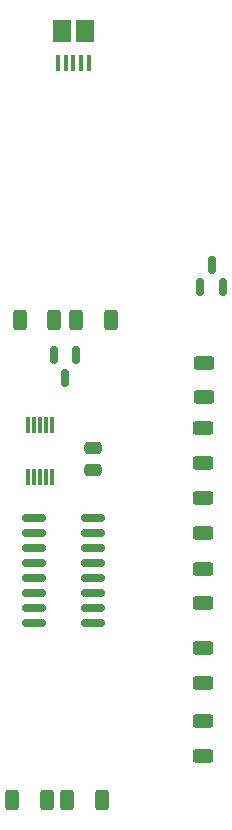
<source format=gbr>
%TF.GenerationSoftware,KiCad,Pcbnew,6.0.11-2627ca5db0~126~ubuntu20.04.1*%
%TF.CreationDate,2023-03-20T13:17:59+01:00*%
%TF.ProjectId,mirte_combination,6d697274-655f-4636-9f6d-62696e617469,rev?*%
%TF.SameCoordinates,Original*%
%TF.FileFunction,Paste,Top*%
%TF.FilePolarity,Positive*%
%FSLAX46Y46*%
G04 Gerber Fmt 4.6, Leading zero omitted, Abs format (unit mm)*
G04 Created by KiCad (PCBNEW 6.0.11-2627ca5db0~126~ubuntu20.04.1) date 2023-03-20 13:17:59*
%MOMM*%
%LPD*%
G01*
G04 APERTURE LIST*
G04 Aperture macros list*
%AMRoundRect*
0 Rectangle with rounded corners*
0 $1 Rounding radius*
0 $2 $3 $4 $5 $6 $7 $8 $9 X,Y pos of 4 corners*
0 Add a 4 corners polygon primitive as box body*
4,1,4,$2,$3,$4,$5,$6,$7,$8,$9,$2,$3,0*
0 Add four circle primitives for the rounded corners*
1,1,$1+$1,$2,$3*
1,1,$1+$1,$4,$5*
1,1,$1+$1,$6,$7*
1,1,$1+$1,$8,$9*
0 Add four rect primitives between the rounded corners*
20,1,$1+$1,$2,$3,$4,$5,0*
20,1,$1+$1,$4,$5,$6,$7,0*
20,1,$1+$1,$6,$7,$8,$9,0*
20,1,$1+$1,$8,$9,$2,$3,0*%
G04 Aperture macros list end*
%ADD10RoundRect,0.250000X-0.312500X-0.625000X0.312500X-0.625000X0.312500X0.625000X-0.312500X0.625000X0*%
%ADD11R,0.300000X1.400000*%
%ADD12RoundRect,0.250000X0.625000X-0.312500X0.625000X0.312500X-0.625000X0.312500X-0.625000X-0.312500X0*%
%ADD13RoundRect,0.150000X0.150000X-0.587500X0.150000X0.587500X-0.150000X0.587500X-0.150000X-0.587500X0*%
%ADD14RoundRect,0.250000X0.312500X0.625000X-0.312500X0.625000X-0.312500X-0.625000X0.312500X-0.625000X0*%
%ADD15RoundRect,0.250000X-0.475000X0.250000X-0.475000X-0.250000X0.475000X-0.250000X0.475000X0.250000X0*%
%ADD16RoundRect,0.250000X-0.625000X0.312500X-0.625000X-0.312500X0.625000X-0.312500X0.625000X0.312500X0*%
%ADD17RoundRect,0.150000X-0.150000X0.587500X-0.150000X-0.587500X0.150000X-0.587500X0.150000X0.587500X0*%
%ADD18RoundRect,0.150000X-0.825000X-0.150000X0.825000X-0.150000X0.825000X0.150000X-0.825000X0.150000X0*%
%ADD19R,0.400000X1.350000*%
%ADD20R,1.500000X1.900000*%
G04 APERTURE END LIST*
D10*
%TO.C,R2*%
X118987500Y-76050000D03*
X121912500Y-76050000D03*
%TD*%
D11*
%TO.C,U2*%
X114910000Y-89350000D03*
X115410000Y-89350000D03*
X115910000Y-89350000D03*
X116410000Y-89350000D03*
X116910000Y-89350000D03*
X116910000Y-84950000D03*
X116410000Y-84950000D03*
X115910000Y-84950000D03*
X115410000Y-84950000D03*
X114910000Y-84950000D03*
%TD*%
D12*
%TO.C,R7*%
X129750000Y-112937500D03*
X129750000Y-110012500D03*
%TD*%
D13*
%TO.C,Q1*%
X129500000Y-73247500D03*
X131400000Y-73247500D03*
X130450000Y-71372500D03*
%TD*%
D10*
%TO.C,R8*%
X113573300Y-116667800D03*
X116498300Y-116667800D03*
%TD*%
D14*
%TO.C,R9*%
X121152500Y-116670000D03*
X118227500Y-116670000D03*
%TD*%
D15*
%TO.C,C1*%
X120390000Y-86840000D03*
X120390000Y-88740000D03*
%TD*%
D16*
%TO.C,R4*%
X129750000Y-91137500D03*
X129750000Y-94062500D03*
%TD*%
D17*
%TO.C,Q2*%
X118975000Y-79037500D03*
X117075000Y-79037500D03*
X118025000Y-80912500D03*
%TD*%
D18*
%TO.C,U1*%
X115435000Y-92845000D03*
X115435000Y-94115000D03*
X115435000Y-95385000D03*
X115435000Y-96655000D03*
X115435000Y-97925000D03*
X115435000Y-99195000D03*
X115435000Y-100465000D03*
X115435000Y-101735000D03*
X120385000Y-101735000D03*
X120385000Y-100465000D03*
X120385000Y-99195000D03*
X120385000Y-97925000D03*
X120385000Y-96655000D03*
X120385000Y-95385000D03*
X120385000Y-94115000D03*
X120385000Y-92845000D03*
%TD*%
D16*
%TO.C,R6*%
X129750000Y-103812500D03*
X129750000Y-106737500D03*
%TD*%
%TO.C,R11*%
X129775000Y-79650000D03*
X129775000Y-82575000D03*
%TD*%
D12*
%TO.C,R10*%
X129750000Y-88137500D03*
X129750000Y-85212500D03*
%TD*%
D10*
%TO.C,R3*%
X114225000Y-76050000D03*
X117150000Y-76050000D03*
%TD*%
D19*
%TO.C,J34*%
X120050000Y-54250000D03*
X119400000Y-54250000D03*
X118750000Y-54250000D03*
X118100000Y-54250000D03*
X117450000Y-54250000D03*
D20*
X119750000Y-51550000D03*
X117750000Y-51550000D03*
%TD*%
D12*
%TO.C,R5*%
X129750000Y-100037500D03*
X129750000Y-97112500D03*
%TD*%
M02*

</source>
